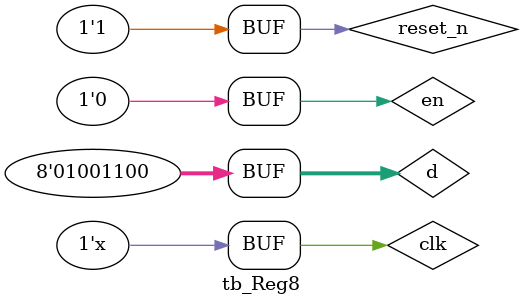
<source format=v>
`timescale 1ns/100ps
module tb_Reg8();

reg reset_n, clk, en;
reg [7:0] d;
wire [7:0] q;
Reg8 test(clk, reset_n, en, d, q);//test

initial
begin

  	clk=0; 	reset_n=1;   en=0; 	d=8'b0100_1000;//0ns~10ns
#10 		reset_n=0;    	 	d=8'b0000_1001;//10ns~20ns
#10   		reset_n=1;   en=1;  	d=8'b0101_1100;//20ns~30ns
#10           				d=8'b0001_0001;//30ns~40ns
#10		  		en=0;  	d=8'b0110_1100;//40ns~50ns
#10          				d=8'b0100_1100;//50ns~60ns
end
always
begin
#5 clk=!clk;
end
endmodule
</source>
